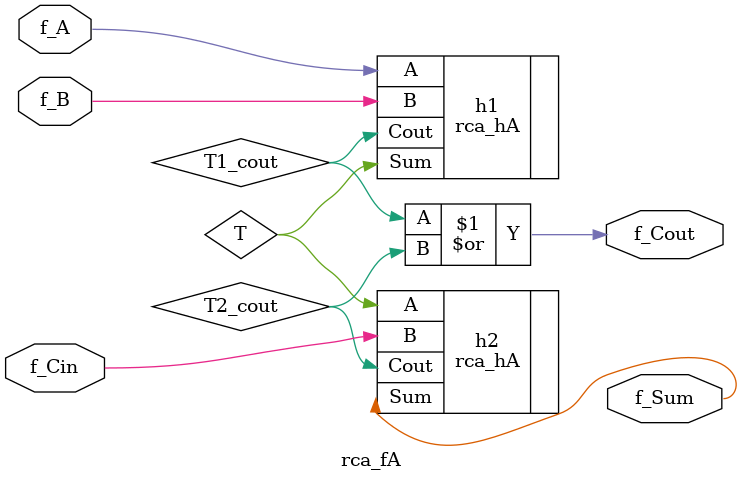
<source format=v>
`timescale 1ns / 1ps


module rca_fA(
    input f_A,
    input f_B,
    input f_Cin,
    output f_Sum,
    output f_Cout
    );
    
    wire T, T1_cout, T2_cout;
    rca_hA h1(.A(f_A), .B(f_B), .Sum(T), .Cout(T1_cout));
    rca_hA h2(.A(T), .B(f_Cin), .Sum(f_Sum), .Cout(T2_cout));
    
    assign f_Cout=T1_cout|T2_cout;
endmodule

</source>
